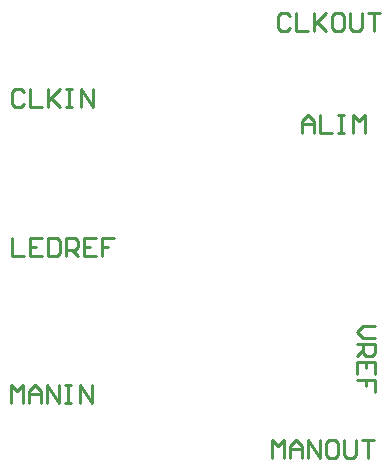
<source format=gm1>
G04 Layer_Color=16711935*
%FSLAX24Y24*%
%MOIN*%
G70*
G01*
G75*
%ADD18C,0.0100*%
D18*
X32050Y36650D02*
X31950Y36750D01*
X31750D01*
X31650Y36650D01*
Y36250D01*
X31750Y36150D01*
X31950D01*
X32050Y36250D01*
X32250Y36750D02*
Y36150D01*
X32650D01*
X32850Y36750D02*
Y36150D01*
Y36350D01*
X33249Y36750D01*
X32950Y36450D01*
X33249Y36150D01*
X33449Y36750D02*
X33649D01*
X33549D01*
Y36150D01*
X33449D01*
X33649D01*
X33949D02*
Y36750D01*
X34349Y36150D01*
Y36750D01*
X31650Y31800D02*
Y31200D01*
X32050D01*
X32650Y31800D02*
X32250D01*
Y31200D01*
X32650D01*
X32250Y31500D02*
X32450D01*
X32850Y31800D02*
Y31200D01*
X33150D01*
X33249Y31300D01*
Y31700D01*
X33150Y31800D01*
X32850D01*
X33449Y31200D02*
Y31800D01*
X33749D01*
X33849Y31700D01*
Y31500D01*
X33749Y31400D01*
X33449D01*
X33649D02*
X33849Y31200D01*
X34449Y31800D02*
X34049D01*
Y31200D01*
X34449D01*
X34049Y31500D02*
X34249D01*
X35049Y31800D02*
X34649D01*
Y31500D01*
X34849D01*
X34649D01*
Y31200D01*
X31600Y26300D02*
Y26900D01*
X31800Y26700D01*
X32000Y26900D01*
Y26300D01*
X32200D02*
Y26700D01*
X32400Y26900D01*
X32600Y26700D01*
Y26300D01*
Y26600D01*
X32200D01*
X32800Y26300D02*
Y26900D01*
X33199Y26300D01*
Y26900D01*
X33399D02*
X33599D01*
X33499D01*
Y26300D01*
X33399D01*
X33599D01*
X33899D02*
Y26900D01*
X34299Y26300D01*
Y26900D01*
X40300Y24450D02*
Y25050D01*
X40500Y24850D01*
X40700Y25050D01*
Y24450D01*
X40900D02*
Y24850D01*
X41100Y25050D01*
X41300Y24850D01*
Y24450D01*
Y24750D01*
X40900D01*
X41500Y24450D02*
Y25050D01*
X41899Y24450D01*
Y25050D01*
X42399D02*
X42199D01*
X42099Y24950D01*
Y24550D01*
X42199Y24450D01*
X42399D01*
X42499Y24550D01*
Y24950D01*
X42399Y25050D01*
X42699D02*
Y24550D01*
X42799Y24450D01*
X42999D01*
X43099Y24550D01*
Y25050D01*
X43299D02*
X43699D01*
X43499D01*
Y24450D01*
X43750Y28850D02*
X43350D01*
X43150Y28650D01*
X43350Y28450D01*
X43750D01*
X43150Y28250D02*
X43750D01*
Y27950D01*
X43650Y27850D01*
X43450D01*
X43350Y27950D01*
Y28250D01*
Y28050D02*
X43150Y27850D01*
X43750Y27251D02*
Y27650D01*
X43150D01*
Y27251D01*
X43450Y27650D02*
Y27450D01*
X43750Y26651D02*
Y27051D01*
X43450D01*
Y26851D01*
Y27051D01*
X43150D01*
X41300Y35300D02*
Y35700D01*
X41500Y35900D01*
X41700Y35700D01*
Y35300D01*
Y35600D01*
X41300D01*
X41900Y35900D02*
Y35300D01*
X42300D01*
X42500Y35900D02*
X42700D01*
X42600D01*
Y35300D01*
X42500D01*
X42700D01*
X42999D02*
Y35900D01*
X43199Y35700D01*
X43399Y35900D01*
Y35300D01*
X40900Y39200D02*
X40800Y39300D01*
X40600D01*
X40500Y39200D01*
Y38800D01*
X40600Y38700D01*
X40800D01*
X40900Y38800D01*
X41100Y39300D02*
Y38700D01*
X41500D01*
X41700Y39300D02*
Y38700D01*
Y38900D01*
X42099Y39300D01*
X41800Y39000D01*
X42099Y38700D01*
X42599Y39300D02*
X42399D01*
X42299Y39200D01*
Y38800D01*
X42399Y38700D01*
X42599D01*
X42699Y38800D01*
Y39200D01*
X42599Y39300D01*
X42899D02*
Y38800D01*
X42999Y38700D01*
X43199D01*
X43299Y38800D01*
Y39300D01*
X43499D02*
X43899D01*
X43699D01*
Y38700D01*
M02*

</source>
